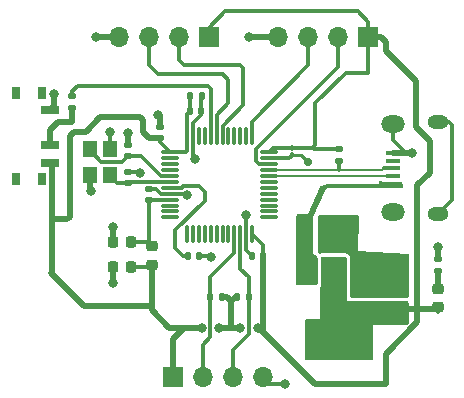
<source format=gbr>
%TF.GenerationSoftware,KiCad,Pcbnew,7.0.8*%
%TF.CreationDate,2025-06-01T22:45:16-07:00*%
%TF.ProjectId,ohm_project,6f686d5f-7072-46f6-9a65-63742e6b6963,rev?*%
%TF.SameCoordinates,Original*%
%TF.FileFunction,Copper,L1,Top*%
%TF.FilePolarity,Positive*%
%FSLAX46Y46*%
G04 Gerber Fmt 4.6, Leading zero omitted, Abs format (unit mm)*
G04 Created by KiCad (PCBNEW 7.0.8) date 2025-06-01 22:45:16*
%MOMM*%
%LPD*%
G01*
G04 APERTURE LIST*
G04 Aperture macros list*
%AMRoundRect*
0 Rectangle with rounded corners*
0 $1 Rounding radius*
0 $2 $3 $4 $5 $6 $7 $8 $9 X,Y pos of 4 corners*
0 Add a 4 corners polygon primitive as box body*
4,1,4,$2,$3,$4,$5,$6,$7,$8,$9,$2,$3,0*
0 Add four circle primitives for the rounded corners*
1,1,$1+$1,$2,$3*
1,1,$1+$1,$4,$5*
1,1,$1+$1,$6,$7*
1,1,$1+$1,$8,$9*
0 Add four rect primitives between the rounded corners*
20,1,$1+$1,$2,$3,$4,$5,0*
20,1,$1+$1,$4,$5,$6,$7,0*
20,1,$1+$1,$6,$7,$8,$9,0*
20,1,$1+$1,$8,$9,$2,$3,0*%
G04 Aperture macros list end*
%TA.AperFunction,ComponentPad*%
%ADD10O,1.800000X1.150000*%
%TD*%
%TA.AperFunction,ComponentPad*%
%ADD11O,2.000000X1.450000*%
%TD*%
%TA.AperFunction,SMDPad,CuDef*%
%ADD12R,1.300000X0.450000*%
%TD*%
%TA.AperFunction,SMDPad,CuDef*%
%ADD13RoundRect,0.140000X0.170000X-0.140000X0.170000X0.140000X-0.170000X0.140000X-0.170000X-0.140000X0*%
%TD*%
%TA.AperFunction,ComponentPad*%
%ADD14R,1.700000X1.700000*%
%TD*%
%TA.AperFunction,ComponentPad*%
%ADD15O,1.700000X1.700000*%
%TD*%
%TA.AperFunction,SMDPad,CuDef*%
%ADD16RoundRect,0.250000X-0.250000X-0.475000X0.250000X-0.475000X0.250000X0.475000X-0.250000X0.475000X0*%
%TD*%
%TA.AperFunction,SMDPad,CuDef*%
%ADD17RoundRect,0.218750X-0.256250X0.218750X-0.256250X-0.218750X0.256250X-0.218750X0.256250X0.218750X0*%
%TD*%
%TA.AperFunction,SMDPad,CuDef*%
%ADD18R,1.200000X1.400000*%
%TD*%
%TA.AperFunction,SMDPad,CuDef*%
%ADD19RoundRect,0.075000X-0.662500X-0.075000X0.662500X-0.075000X0.662500X0.075000X-0.662500X0.075000X0*%
%TD*%
%TA.AperFunction,SMDPad,CuDef*%
%ADD20RoundRect,0.075000X-0.075000X-0.662500X0.075000X-0.662500X0.075000X0.662500X-0.075000X0.662500X0*%
%TD*%
%TA.AperFunction,SMDPad,CuDef*%
%ADD21RoundRect,0.135000X-0.185000X0.135000X-0.185000X-0.135000X0.185000X-0.135000X0.185000X0.135000X0*%
%TD*%
%TA.AperFunction,SMDPad,CuDef*%
%ADD22R,0.800000X1.000000*%
%TD*%
%TA.AperFunction,SMDPad,CuDef*%
%ADD23R,1.500000X0.700000*%
%TD*%
%TA.AperFunction,SMDPad,CuDef*%
%ADD24RoundRect,0.140000X0.140000X0.170000X-0.140000X0.170000X-0.140000X-0.170000X0.140000X-0.170000X0*%
%TD*%
%TA.AperFunction,SMDPad,CuDef*%
%ADD25R,1.500000X2.000000*%
%TD*%
%TA.AperFunction,SMDPad,CuDef*%
%ADD26R,3.800000X2.000000*%
%TD*%
%TA.AperFunction,SMDPad,CuDef*%
%ADD27RoundRect,0.135000X0.135000X0.185000X-0.135000X0.185000X-0.135000X-0.185000X0.135000X-0.185000X0*%
%TD*%
%TA.AperFunction,SMDPad,CuDef*%
%ADD28RoundRect,0.140000X-0.140000X-0.170000X0.140000X-0.170000X0.140000X0.170000X-0.140000X0.170000X0*%
%TD*%
%TA.AperFunction,SMDPad,CuDef*%
%ADD29RoundRect,0.100000X-0.100000X0.130000X-0.100000X-0.130000X0.100000X-0.130000X0.100000X0.130000X0*%
%TD*%
%TA.AperFunction,SMDPad,CuDef*%
%ADD30RoundRect,0.135000X-0.135000X-0.185000X0.135000X-0.185000X0.135000X0.185000X-0.135000X0.185000X0*%
%TD*%
%TA.AperFunction,SMDPad,CuDef*%
%ADD31RoundRect,0.250000X0.475000X-0.250000X0.475000X0.250000X-0.475000X0.250000X-0.475000X-0.250000X0*%
%TD*%
%TA.AperFunction,SMDPad,CuDef*%
%ADD32RoundRect,0.225000X0.225000X0.250000X-0.225000X0.250000X-0.225000X-0.250000X0.225000X-0.250000X0*%
%TD*%
%TA.AperFunction,SMDPad,CuDef*%
%ADD33RoundRect,0.135000X0.185000X-0.135000X0.185000X0.135000X-0.185000X0.135000X-0.185000X-0.135000X0*%
%TD*%
%TA.AperFunction,ViaPad*%
%ADD34C,0.800000*%
%TD*%
%TA.AperFunction,ViaPad*%
%ADD35C,0.700000*%
%TD*%
%TA.AperFunction,Conductor*%
%ADD36C,0.300000*%
%TD*%
%TA.AperFunction,Conductor*%
%ADD37C,0.250000*%
%TD*%
%TA.AperFunction,Conductor*%
%ADD38C,0.200000*%
%TD*%
%TA.AperFunction,Conductor*%
%ADD39C,0.500000*%
%TD*%
G04 APERTURE END LIST*
D10*
%TO.P,U3,6,Shield*%
%TO.N,GND*%
X178995000Y-50625000D03*
D11*
X175195000Y-50775000D03*
X175195000Y-58225000D03*
D10*
X178995000Y-58375000D03*
D12*
%TO.P,U3,5,GND*%
X175145000Y-53200000D03*
%TO.P,U3,4,ID*%
%TO.N,unconnected-(U3-ID-Pad4)*%
X175145000Y-53850000D03*
%TO.P,U3,3,D+*%
%TO.N,/USB_D+*%
X175145000Y-54500000D03*
%TO.P,U3,2,D-*%
%TO.N,/USB_D-*%
X175145000Y-55150000D03*
%TO.P,U3,1,VBUS*%
%TO.N,VBUS*%
X175145000Y-55800000D03*
%TD*%
D13*
%TO.P,C5,1*%
%TO.N,+3.3VA*%
X154500000Y-57230000D03*
%TO.P,C5,2*%
%TO.N,GND*%
X154500000Y-56270000D03*
%TD*%
D14*
%TO.P,J1,1,Pin_1*%
%TO.N,+3.3V*%
X173080000Y-43400000D03*
D15*
%TO.P,J1,2,Pin_2*%
%TO.N,/SWDIO*%
X170540000Y-43400000D03*
%TO.P,J1,3,Pin_3*%
%TO.N,/SWCLK*%
X168000000Y-43400000D03*
%TO.P,J1,4,Pin_4*%
%TO.N,GND*%
X165460000Y-43400000D03*
%TD*%
D16*
%TO.P,C12,2*%
%TO.N,GND*%
X169550000Y-60150000D03*
%TO.P,C12,1*%
%TO.N,VBUS*%
X167650000Y-60150000D03*
%TD*%
D17*
%TO.P,D1,1,K*%
%TO.N,/PWR_LED_K*%
X179000000Y-64712500D03*
%TO.P,D1,2,A*%
%TO.N,+3.3V*%
X179000000Y-66287500D03*
%TD*%
D18*
%TO.P,Y1,1,1*%
%TO.N,/HSE_IN*%
X149500000Y-52900000D03*
%TO.P,Y1,2,2*%
%TO.N,GND*%
X149500000Y-55100000D03*
%TO.P,Y1,3,3*%
%TO.N,/HSE_OUT*%
X151200000Y-55100000D03*
%TO.P,Y1,4,4*%
%TO.N,GND*%
X151200000Y-52900000D03*
%TD*%
D13*
%TO.P,C10,1*%
%TO.N,/HSE_IN*%
X152724000Y-53492000D03*
%TO.P,C10,2*%
%TO.N,GND*%
X152724000Y-52532000D03*
%TD*%
D19*
%TO.P,U1,1,VBAT*%
%TO.N,+3.3V*%
X156337500Y-53162500D03*
%TO.P,U1,2,PC13*%
%TO.N,unconnected-(U1-PC13-Pad2)*%
X156337500Y-53662500D03*
%TO.P,U1,3,PC14*%
%TO.N,unconnected-(U1-PC14-Pad3)*%
X156337500Y-54162500D03*
%TO.P,U1,4,PC15*%
%TO.N,unconnected-(U1-PC15-Pad4)*%
X156337500Y-54662500D03*
%TO.P,U1,5,PD0*%
%TO.N,/HSE_IN*%
X156337500Y-55162500D03*
%TO.P,U1,6,PD1*%
%TO.N,/HSE_OUT*%
X156337500Y-55662500D03*
%TO.P,U1,7,NRST*%
%TO.N,/NRST*%
X156337500Y-56162500D03*
%TO.P,U1,8,VSSA*%
%TO.N,GND*%
X156337500Y-56662500D03*
%TO.P,U1,9,VDDA*%
%TO.N,+3.3VA*%
X156337500Y-57162500D03*
%TO.P,U1,10,PA0*%
%TO.N,unconnected-(U1-PA0-Pad10)*%
X156337500Y-57662500D03*
%TO.P,U1,11,PA1*%
%TO.N,unconnected-(U1-PA1-Pad11)*%
X156337500Y-58162500D03*
%TO.P,U1,12,PA2*%
%TO.N,unconnected-(U1-PA2-Pad12)*%
X156337500Y-58662500D03*
D20*
%TO.P,U1,13,PA3*%
%TO.N,unconnected-(U1-PA3-Pad13)*%
X157750000Y-60075000D03*
%TO.P,U1,14,PA4*%
%TO.N,unconnected-(U1-PA4-Pad14)*%
X158250000Y-60075000D03*
%TO.P,U1,15,PA5*%
%TO.N,unconnected-(U1-PA5-Pad15)*%
X158750000Y-60075000D03*
%TO.P,U1,16,PA6*%
%TO.N,unconnected-(U1-PA6-Pad16)*%
X159250000Y-60075000D03*
%TO.P,U1,17,PA7*%
%TO.N,unconnected-(U1-PA7-Pad17)*%
X159750000Y-60075000D03*
%TO.P,U1,18,PB0*%
%TO.N,unconnected-(U1-PB0-Pad18)*%
X160250000Y-60075000D03*
%TO.P,U1,19,PB1*%
%TO.N,unconnected-(U1-PB1-Pad19)*%
X160750000Y-60075000D03*
%TO.P,U1,20,PB2*%
%TO.N,unconnected-(U1-PB2-Pad20)*%
X161250000Y-60075000D03*
%TO.P,U1,21,PB10*%
%TO.N,/I2C2_SCL*%
X161750000Y-60075000D03*
%TO.P,U1,22,PB11*%
%TO.N,/I2C2_SDA*%
X162250000Y-60075000D03*
%TO.P,U1,23,VSS*%
%TO.N,GND*%
X162750000Y-60075000D03*
%TO.P,U1,24,VDD*%
%TO.N,+3.3V*%
X163250000Y-60075000D03*
D19*
%TO.P,U1,25,PB12*%
%TO.N,unconnected-(U1-PB12-Pad25)*%
X164662500Y-58662500D03*
%TO.P,U1,26,PB13*%
%TO.N,unconnected-(U1-PB13-Pad26)*%
X164662500Y-58162500D03*
%TO.P,U1,27,PB14*%
%TO.N,unconnected-(U1-PB14-Pad27)*%
X164662500Y-57662500D03*
%TO.P,U1,28,PB15*%
%TO.N,unconnected-(U1-PB15-Pad28)*%
X164662500Y-57162500D03*
%TO.P,U1,29,PA8*%
%TO.N,unconnected-(U1-PA8-Pad29)*%
X164662500Y-56662500D03*
%TO.P,U1,30,PA9*%
%TO.N,unconnected-(U1-PA9-Pad30)*%
X164662500Y-56162500D03*
%TO.P,U1,31,PA10*%
%TO.N,unconnected-(U1-PA10-Pad31)*%
X164662500Y-55662500D03*
%TO.P,U1,32,PA11*%
%TO.N,/USB_D-*%
X164662500Y-55162500D03*
%TO.P,U1,33,PA12*%
%TO.N,/USB_D+*%
X164662500Y-54662500D03*
%TO.P,U1,34,PA13*%
%TO.N,/SWDIO*%
X164662500Y-54162500D03*
%TO.P,U1,35,VSS*%
%TO.N,GND*%
X164662500Y-53662500D03*
%TO.P,U1,36,VDD*%
%TO.N,+3.3V*%
X164662500Y-53162500D03*
D20*
%TO.P,U1,37,PA14*%
%TO.N,/SWCLK*%
X163250000Y-51750000D03*
%TO.P,U1,38,PA15*%
%TO.N,unconnected-(U1-PA15-Pad38)*%
X162750000Y-51750000D03*
%TO.P,U1,39,PB3*%
%TO.N,unconnected-(U1-PB3-Pad39)*%
X162250000Y-51750000D03*
%TO.P,U1,40,PB4*%
%TO.N,unconnected-(U1-PB4-Pad40)*%
X161750000Y-51750000D03*
%TO.P,U1,41,PB5*%
%TO.N,unconnected-(U1-PB5-Pad41)*%
X161250000Y-51750000D03*
%TO.P,U1,42,PB6*%
%TO.N,/UART1_TX*%
X160750000Y-51750000D03*
%TO.P,U1,43,PB7*%
%TO.N,/UART1_RX*%
X160250000Y-51750000D03*
%TO.P,U1,44,BOOT0*%
%TO.N,/BOOT0*%
X159750000Y-51750000D03*
%TO.P,U1,45,PB8*%
%TO.N,unconnected-(U1-PB8-Pad45)*%
X159250000Y-51750000D03*
%TO.P,U1,46,PB9*%
%TO.N,unconnected-(U1-PB9-Pad46)*%
X158750000Y-51750000D03*
%TO.P,U1,47,VSS*%
%TO.N,GND*%
X158250000Y-51750000D03*
%TO.P,U1,48,VDD*%
%TO.N,+3.3V*%
X157750000Y-51750000D03*
%TD*%
D14*
%TO.P,J3,1,Pin_1*%
%TO.N,+3.3V*%
X156520000Y-72200000D03*
D15*
%TO.P,J3,2,Pin_2*%
%TO.N,/I2C2_SCL*%
X159060000Y-72200000D03*
%TO.P,J3,3,Pin_3*%
%TO.N,/I2C2_SDA*%
X161600000Y-72200000D03*
%TO.P,J3,4,Pin_4*%
%TO.N,GND*%
X164140000Y-72200000D03*
%TD*%
D14*
%TO.P,J2,1,Pin_1*%
%TO.N,+3.3V*%
X159600000Y-43400000D03*
D15*
%TO.P,J2,2,Pin_2*%
%TO.N,/UART1_TX*%
X157060000Y-43400000D03*
%TO.P,J2,3,Pin_3*%
%TO.N,/UART1_RX*%
X154520000Y-43400000D03*
%TO.P,J2,4,Pin_4*%
%TO.N,GND*%
X151980000Y-43400000D03*
%TD*%
D21*
%TO.P,R2,1*%
%TO.N,+3.3V*%
X170600000Y-52900000D03*
%TO.P,R2,2*%
%TO.N,/USB_D+*%
X170600000Y-53920000D03*
%TD*%
D22*
%TO.P,SW1,*%
%TO.N,*%
X145455000Y-48150000D03*
X143245000Y-48150000D03*
X145455000Y-55450000D03*
X143245000Y-55450000D03*
D23*
%TO.P,SW1,1,A*%
%TO.N,GND*%
X146105000Y-49550000D03*
%TO.P,SW1,2,B*%
%TO.N,/SW_BOOT0*%
X146105000Y-52550000D03*
%TO.P,SW1,3,C*%
%TO.N,+3.3V*%
X146105000Y-54050000D03*
%TD*%
D24*
%TO.P,C2,1*%
%TO.N,+3.3V*%
X164200000Y-61900000D03*
%TO.P,C2,2*%
%TO.N,GND*%
X163240000Y-61900000D03*
%TD*%
D25*
%TO.P,U2,1,GND*%
%TO.N,GND*%
X172500000Y-63100000D03*
%TO.P,U2,2,VO*%
%TO.N,+3.3V*%
X170200000Y-63100000D03*
D26*
X170200000Y-69400000D03*
D25*
%TO.P,U2,3,VI*%
%TO.N,VBUS*%
X167900000Y-63100000D03*
%TD*%
D27*
%TO.P,R4,1*%
%TO.N,+3.3V*%
X160740000Y-65400000D03*
%TO.P,R4,2*%
%TO.N,/I2C2_SCL*%
X159720000Y-65400000D03*
%TD*%
D28*
%TO.P,C3,1*%
%TO.N,+3.3V*%
X158014000Y-48410000D03*
%TO.P,C3,2*%
%TO.N,GND*%
X158974000Y-48410000D03*
%TD*%
D29*
%TO.P,C4,1*%
%TO.N,+3.3V*%
X166624000Y-52766000D03*
%TO.P,C4,2*%
%TO.N,GND*%
X166624000Y-53406000D03*
%TD*%
D28*
%TO.P,C1,1*%
%TO.N,+3.3V*%
X157986000Y-49680000D03*
%TO.P,C1,2*%
%TO.N,GND*%
X158946000Y-49680000D03*
%TD*%
D13*
%TO.P,C9,1*%
%TO.N,+3.3V*%
X155418000Y-51938000D03*
%TO.P,C9,2*%
%TO.N,GND*%
X155418000Y-50978000D03*
%TD*%
D30*
%TO.P,R5,1*%
%TO.N,+3.3V*%
X161980000Y-65400000D03*
%TO.P,R5,2*%
%TO.N,/I2C2_SDA*%
X163000000Y-65400000D03*
%TD*%
D31*
%TO.P,C13,1*%
%TO.N,+3.3V*%
X175000000Y-66400000D03*
%TO.P,C13,2*%
%TO.N,GND*%
X175000000Y-64500000D03*
%TD*%
D32*
%TO.P,C7,1*%
%TO.N,+3.3V*%
X152995000Y-62900000D03*
%TO.P,C7,2*%
%TO.N,GND*%
X151445000Y-62900000D03*
%TD*%
D28*
%TO.P,C8,1*%
%TO.N,/NRST*%
X157790000Y-61900000D03*
%TO.P,C8,2*%
%TO.N,GND*%
X158750000Y-61900000D03*
%TD*%
D33*
%TO.P,R3,1*%
%TO.N,/PWR_LED_K*%
X179000000Y-63200000D03*
%TO.P,R3,2*%
%TO.N,GND*%
X179000000Y-62180000D03*
%TD*%
D13*
%TO.P,C11,1*%
%TO.N,/HSE_OUT*%
X152724000Y-55750000D03*
%TO.P,C11,2*%
%TO.N,GND*%
X152724000Y-54790000D03*
%TD*%
D17*
%TO.P,FB1,1*%
%TO.N,+3.3VA*%
X154773000Y-61122000D03*
%TO.P,FB1,2*%
%TO.N,+3.3V*%
X154773000Y-62697000D03*
%TD*%
D21*
%TO.P,R1,1*%
%TO.N,/BOOT0*%
X148000000Y-48400000D03*
%TO.P,R1,2*%
%TO.N,/SW_BOOT0*%
X148000000Y-49420000D03*
%TD*%
D32*
%TO.P,C6,1*%
%TO.N,+3.3VA*%
X153025000Y-60750000D03*
%TO.P,C6,2*%
%TO.N,GND*%
X151475000Y-60750000D03*
%TD*%
D34*
%TO.N,GND*%
X158400000Y-53700000D03*
D35*
X168000000Y-54000000D03*
D34*
X179000000Y-61200000D03*
X150000000Y-43400000D03*
X163000000Y-43400000D03*
X176800000Y-53200000D03*
X151200000Y-51400000D03*
X149600000Y-56400000D03*
X166000000Y-72750000D03*
X146500000Y-48250000D03*
X152750000Y-51500000D03*
X151500000Y-59500000D03*
X151500000Y-64250000D03*
%TO.N,+3.3V*%
X160469500Y-68000000D03*
X158970500Y-68000000D03*
X162250000Y-68000000D03*
X163749500Y-68000000D03*
%TO.N,GND*%
X172000000Y-65000000D03*
X173000000Y-65000000D03*
X171000000Y-61000000D03*
X159750000Y-62000000D03*
X171000000Y-59750000D03*
X162750000Y-58500000D03*
X153750000Y-54890500D03*
X157750000Y-56750000D03*
X155250000Y-50000000D03*
%TD*%
D36*
%TO.N,GND*%
X176313629Y-53200000D02*
X176800000Y-53200000D01*
X175195000Y-52081371D02*
X176313629Y-53200000D01*
X175195000Y-50775000D02*
X175195000Y-52081371D01*
D37*
X167406000Y-53406000D02*
X168000000Y-54000000D01*
X166624000Y-53406000D02*
X167406000Y-53406000D01*
D36*
X180150000Y-57220000D02*
X178995000Y-58375000D01*
X180150000Y-50880000D02*
X180150000Y-57220000D01*
X179895000Y-50625000D02*
X180150000Y-50880000D01*
X178995000Y-50625000D02*
X179895000Y-50625000D01*
X175345000Y-50625000D02*
X175195000Y-50775000D01*
X158250000Y-53550000D02*
X158400000Y-53700000D01*
X158250000Y-51750000D02*
X158250000Y-53550000D01*
%TO.N,+3.3V*%
X157750000Y-53050000D02*
X157750000Y-51750000D01*
X157637500Y-53162500D02*
X157750000Y-53050000D01*
X156337500Y-53162500D02*
X157637500Y-53162500D01*
%TO.N,GND*%
X158250000Y-50686000D02*
X158250000Y-51750000D01*
X158946000Y-49990000D02*
X158250000Y-50686000D01*
X158946000Y-49680000D02*
X158946000Y-49990000D01*
%TO.N,+3.3V*%
X157986000Y-49680000D02*
X157750000Y-49916000D01*
X157750000Y-49916000D02*
X157750000Y-51750000D01*
%TO.N,/USB_D+*%
X170600000Y-53920000D02*
X170600000Y-54687500D01*
D38*
X170600000Y-54687500D02*
X174237524Y-54687500D01*
X165793751Y-54687500D02*
X170600000Y-54687500D01*
D36*
%TO.N,+3.3V*%
X168520000Y-52900000D02*
X170600000Y-52900000D01*
X168386000Y-52766000D02*
X168520000Y-52900000D01*
X168600000Y-52552000D02*
X168386000Y-52766000D01*
X168600000Y-49000000D02*
X168600000Y-52552000D01*
%TO.N,/I2C2_SCL*%
X161750000Y-61650000D02*
X161750000Y-60075000D01*
X159720000Y-63680000D02*
X161750000Y-61650000D01*
X159720000Y-65400000D02*
X159720000Y-63680000D01*
%TO.N,GND*%
X166000000Y-72750000D02*
X164690000Y-72750000D01*
X164690000Y-72750000D02*
X164140000Y-72200000D01*
%TO.N,/I2C2_SCL*%
X159720000Y-68780000D02*
X159060000Y-69440000D01*
X159720000Y-65400000D02*
X159720000Y-68780000D01*
X159060000Y-69440000D02*
X159060000Y-72200000D01*
%TO.N,+3.3V*%
X173080000Y-46400000D02*
X173080000Y-43400000D01*
X171200000Y-46400000D02*
X173080000Y-46400000D01*
X168600000Y-49000000D02*
X171200000Y-46400000D01*
X166624000Y-52800000D02*
X168386000Y-52800000D01*
D39*
X174200000Y-43400000D02*
X173080000Y-43400000D01*
X174600000Y-44600000D02*
X174600000Y-43800000D01*
X177100000Y-47100000D02*
X174600000Y-44600000D01*
X174600000Y-43800000D02*
X174200000Y-43400000D01*
X178300000Y-52200000D02*
X177100000Y-51000000D01*
X178300000Y-54900000D02*
X178300000Y-52200000D01*
X177100000Y-51000000D02*
X177100000Y-47100000D01*
X177250000Y-66400000D02*
X177250000Y-55950000D01*
X177250000Y-55950000D02*
X178300000Y-54900000D01*
%TO.N,GND*%
X163000000Y-43400000D02*
X165460000Y-43400000D01*
%TO.N,+3.3V*%
X154538000Y-51938000D02*
X155418000Y-51938000D01*
X154000000Y-51400000D02*
X154538000Y-51938000D01*
X154000000Y-50400000D02*
X154000000Y-51400000D01*
X153800000Y-50200000D02*
X154000000Y-50400000D01*
X150400000Y-50200000D02*
X153800000Y-50200000D01*
X149200000Y-51400000D02*
X150400000Y-50200000D01*
X148200000Y-51400000D02*
X149200000Y-51400000D01*
X147800000Y-51800000D02*
X148200000Y-51400000D01*
X147600000Y-58800000D02*
X147800000Y-58600000D01*
X146305000Y-58800000D02*
X147600000Y-58800000D01*
X146305000Y-58800000D02*
X146305000Y-54250000D01*
X147800000Y-58600000D02*
X147800000Y-51800000D01*
X146305000Y-63295000D02*
X146305000Y-58800000D01*
D36*
%TO.N,/BOOT0*%
X159750000Y-47750000D02*
X159750000Y-51750000D01*
X148500000Y-47500000D02*
X159500000Y-47500000D01*
X148000000Y-48000000D02*
X148500000Y-47500000D01*
X159500000Y-47500000D02*
X159750000Y-47750000D01*
X148000000Y-48400000D02*
X148000000Y-48000000D01*
D39*
%TO.N,/SW_BOOT0*%
X148000000Y-50600000D02*
X148000000Y-49420000D01*
X146800000Y-50600000D02*
X148000000Y-50600000D01*
X146105000Y-51295000D02*
X146800000Y-50600000D01*
X146105000Y-52550000D02*
X146105000Y-51295000D01*
%TO.N,+3.3V*%
X164200000Y-68400000D02*
X164200000Y-61900000D01*
X164700000Y-68900000D02*
X164200000Y-68400000D01*
X164700000Y-68900000D02*
X168600000Y-72800000D01*
X163800000Y-68000000D02*
X164700000Y-68900000D01*
X168600000Y-72800000D02*
X174600000Y-72800000D01*
X163749500Y-68000000D02*
X163800000Y-68000000D01*
X174600000Y-70200000D02*
X174600000Y-72800000D01*
X177250000Y-67550000D02*
X174600000Y-70200000D01*
X177250000Y-66400000D02*
X177250000Y-67550000D01*
%TO.N,GND*%
X179000000Y-62180000D02*
X179000000Y-61200000D01*
%TO.N,/PWR_LED_K*%
X179000000Y-64712500D02*
X179000000Y-63200000D01*
%TO.N,+3.3V*%
X179000000Y-66600000D02*
X179000000Y-66287500D01*
X146305000Y-54250000D02*
X146105000Y-54050000D01*
X149000000Y-66200000D02*
X146200000Y-63400000D01*
X154773000Y-66200000D02*
X149000000Y-66200000D01*
X154773000Y-66200000D02*
X154773000Y-62697000D01*
X146200000Y-63400000D02*
X146305000Y-63295000D01*
X154773000Y-66523000D02*
X154773000Y-66200000D01*
D36*
X161000000Y-41200000D02*
X159600000Y-42600000D01*
X159600000Y-42600000D02*
X159600000Y-43400000D01*
X172200000Y-41200000D02*
X161000000Y-41200000D01*
X173080000Y-43400000D02*
X173080000Y-42080000D01*
X173080000Y-42080000D02*
X172200000Y-41200000D01*
D39*
%TO.N,GND*%
X150000000Y-43400000D02*
X151980000Y-43400000D01*
D36*
%TO.N,/SWCLK*%
X168000000Y-45800000D02*
X168000000Y-43400000D01*
X163250000Y-50550000D02*
X168000000Y-45800000D01*
X163250000Y-51750000D02*
X163250000Y-50550000D01*
%TO.N,/SWDIO*%
X163823958Y-54162500D02*
X164662500Y-54162500D01*
X163575000Y-53913542D02*
X163823958Y-54162500D01*
X163575000Y-52911458D02*
X163575000Y-53913542D01*
X170540000Y-43400000D02*
X170540000Y-45946458D01*
X170540000Y-45946458D02*
X163575000Y-52911458D01*
D39*
%TO.N,GND*%
X176775000Y-53175000D02*
X176800000Y-53200000D01*
X176375000Y-53175000D02*
X176775000Y-53175000D01*
X176375000Y-53175000D02*
X175145000Y-53175000D01*
X176400000Y-53200000D02*
X176375000Y-53175000D01*
D36*
X151200000Y-52900000D02*
X151200000Y-51400000D01*
D39*
X149500000Y-55100000D02*
X149500000Y-56300000D01*
X149500000Y-56300000D02*
X149600000Y-56400000D01*
D36*
%TO.N,+3.3VA*%
X154500000Y-60849000D02*
X154773000Y-61122000D01*
X154500000Y-57230000D02*
X154500000Y-60849000D01*
D39*
%TO.N,+3.3V*%
X156250000Y-68000000D02*
X154773000Y-66523000D01*
X157750000Y-68000000D02*
X156250000Y-68000000D01*
X157750000Y-68000000D02*
X157500000Y-68000000D01*
X158970500Y-68000000D02*
X157750000Y-68000000D01*
%TO.N,GND*%
X152724000Y-51526000D02*
X152750000Y-51500000D01*
X152724000Y-52532000D02*
X152724000Y-51526000D01*
X146105000Y-49550000D02*
X146500000Y-49155000D01*
X146500000Y-49155000D02*
X146500000Y-48250000D01*
X151475000Y-59525000D02*
X151500000Y-59500000D01*
X151475000Y-60750000D02*
X151475000Y-59525000D01*
X151445000Y-64195000D02*
X151500000Y-64250000D01*
X151445000Y-62900000D02*
X151445000Y-64195000D01*
%TO.N,+3.3V*%
X157500000Y-68000000D02*
X156520000Y-68980000D01*
X156520000Y-68980000D02*
X156520000Y-72200000D01*
X161500000Y-68000000D02*
X160469500Y-68000000D01*
X161850000Y-65400000D02*
X161980000Y-65400000D01*
X161500000Y-65750000D02*
X161850000Y-65400000D01*
X161500000Y-65750000D02*
X161150000Y-65400000D01*
X161150000Y-65400000D02*
X160740000Y-65400000D01*
X161500000Y-68000000D02*
X161500000Y-65750000D01*
X162250000Y-68000000D02*
X161500000Y-68000000D01*
X177250000Y-66400000D02*
X178887500Y-66400000D01*
X175000000Y-66400000D02*
X177250000Y-66400000D01*
X178887500Y-66400000D02*
X179000000Y-66287500D01*
D36*
%TO.N,GND*%
X159650000Y-61900000D02*
X159750000Y-62000000D01*
X158750000Y-61900000D02*
X159650000Y-61900000D01*
%TO.N,/NRST*%
X157400000Y-61900000D02*
X157790000Y-61900000D01*
X156750000Y-61250000D02*
X157400000Y-61900000D01*
X156750000Y-59736458D02*
X156750000Y-61250000D01*
X159250000Y-57236458D02*
X156750000Y-59736458D01*
X158750000Y-56000000D02*
X159250000Y-56500000D01*
X157439339Y-56000000D02*
X158750000Y-56000000D01*
X157276839Y-56162500D02*
X157439339Y-56000000D01*
X159250000Y-56500000D02*
X159250000Y-57236458D01*
X156337500Y-56162500D02*
X157276839Y-56162500D01*
%TO.N,GND*%
X162750000Y-60075000D02*
X162750000Y-58500000D01*
X153649500Y-54790000D02*
X153750000Y-54890500D01*
X152724000Y-54790000D02*
X153649500Y-54790000D01*
X157662500Y-56662500D02*
X157750000Y-56750000D01*
X156337500Y-56662500D02*
X157662500Y-56662500D01*
%TO.N,/I2C2_SDA*%
X162250000Y-60075000D02*
X162250000Y-63000000D01*
X162250000Y-63000000D02*
X163000000Y-63750000D01*
X163000000Y-63750000D02*
X163000000Y-65400000D01*
X161600000Y-69900000D02*
X161600000Y-72200000D01*
X163000000Y-68500000D02*
X161600000Y-69900000D01*
X163000000Y-65400000D02*
X163000000Y-68500000D01*
D38*
%TO.N,/USB_D+*%
X174237524Y-54687500D02*
X174425024Y-54500000D01*
X164662500Y-54662500D02*
X165768751Y-54662500D01*
X165768751Y-54662500D02*
X165793751Y-54687500D01*
%TO.N,/USB_D-*%
X165793751Y-55137500D02*
X175107500Y-55137500D01*
X164662500Y-55162500D02*
X165768751Y-55162500D01*
X165768751Y-55162500D02*
X165793751Y-55137500D01*
X175107500Y-55137500D02*
X175132500Y-55162500D01*
D36*
X175132500Y-55162500D02*
X175145000Y-55150000D01*
%TO.N,/USB_D+*%
X174425024Y-54500000D02*
X175145000Y-54500000D01*
D39*
%TO.N,GND*%
X155418000Y-50168000D02*
X155250000Y-50000000D01*
X155418000Y-50978000D02*
X155418000Y-50168000D01*
D36*
%TO.N,/UART1_RX*%
X154520000Y-45770000D02*
X154520000Y-43400000D01*
X160250000Y-50000000D02*
X161250000Y-49000000D01*
X161250000Y-49000000D02*
X161250000Y-47000000D01*
X160750000Y-46500000D02*
X155250000Y-46500000D01*
X155250000Y-46500000D02*
X154520000Y-45770000D01*
X160250000Y-51750000D02*
X160250000Y-50000000D01*
X161250000Y-47000000D02*
X160750000Y-46500000D01*
%TO.N,/UART1_TX*%
X157060000Y-45310000D02*
X157060000Y-43400000D01*
X157500000Y-45750000D02*
X157060000Y-45310000D01*
X162250000Y-45750000D02*
X157500000Y-45750000D01*
X162500000Y-46000000D02*
X162250000Y-45750000D01*
X162500000Y-49161458D02*
X162500000Y-46000000D01*
X160750000Y-50911458D02*
X162500000Y-49161458D01*
X160750000Y-51750000D02*
X160750000Y-50911458D01*
%TO.N,/HSE_IN*%
X152266000Y-53950000D02*
X150455024Y-53950000D01*
X150455024Y-53950000D02*
X149500000Y-52994976D01*
X152724000Y-53492000D02*
X152266000Y-53950000D01*
X149500000Y-52994976D02*
X149500000Y-52900000D01*
X153828458Y-53492000D02*
X152724000Y-53492000D01*
X155498958Y-55162500D02*
X153828458Y-53492000D01*
X156337500Y-55162500D02*
X155498958Y-55162500D01*
%TO.N,/HSE_OUT*%
X152724000Y-55750000D02*
X151850000Y-55750000D01*
X151850000Y-55750000D02*
X151200000Y-55100000D01*
X154872966Y-55640000D02*
X152834000Y-55640000D01*
X154895466Y-55662500D02*
X154872966Y-55640000D01*
X156337500Y-55662500D02*
X154895466Y-55662500D01*
X152834000Y-55640000D02*
X152724000Y-55750000D01*
D37*
%TO.N,GND*%
X166624000Y-53406000D02*
X166530000Y-53500000D01*
D36*
X164662500Y-53662500D02*
X166367500Y-53662500D01*
X166367500Y-53662500D02*
X166624000Y-53406000D01*
%TO.N,+3.3V*%
X165059000Y-52766000D02*
X166624000Y-52766000D01*
X164662500Y-53162500D02*
X165059000Y-52766000D01*
X164200000Y-61025000D02*
X164200000Y-61900000D01*
X163250000Y-60075000D02*
X164200000Y-61025000D01*
%TO.N,GND*%
X162750000Y-61410000D02*
X163240000Y-61900000D01*
X162750000Y-60075000D02*
X162750000Y-61410000D01*
%TO.N,+3.3V*%
X152995000Y-62900000D02*
X154570000Y-62900000D01*
X154570000Y-62900000D02*
X154773000Y-62697000D01*
%TO.N,+3.3VA*%
X154401000Y-60750000D02*
X154773000Y-61122000D01*
X153025000Y-60750000D02*
X154401000Y-60750000D01*
X154567500Y-57162500D02*
X156337500Y-57162500D01*
X154500000Y-57230000D02*
X154567500Y-57162500D01*
%TO.N,GND*%
X155498958Y-56662500D02*
X156337500Y-56662500D01*
X155106458Y-56270000D02*
X155498958Y-56662500D01*
X154500000Y-56270000D02*
X155106458Y-56270000D01*
%TO.N,+3.3V*%
X157986000Y-48438000D02*
X158014000Y-48410000D01*
X157986000Y-49680000D02*
X157986000Y-48438000D01*
%TO.N,GND*%
X158946000Y-49680000D02*
X158946000Y-48438000D01*
X158946000Y-48438000D02*
X158974000Y-48410000D01*
%TO.N,+3.3V*%
X155418000Y-52243000D02*
X156337500Y-53162500D01*
X155418000Y-51938000D02*
X155418000Y-52243000D01*
D37*
%TO.N,GND*%
X166500000Y-53530000D02*
X166624000Y-53406000D01*
%TO.N,/HSE_IN*%
X149500000Y-52959620D02*
X149500000Y-52900000D01*
%TD*%
%TA.AperFunction,Conductor*%
%TO.N,GND*%
G36*
X172248324Y-58519685D02*
G01*
X172294079Y-58572489D01*
X172305262Y-58626384D01*
X172249999Y-61499999D01*
X172250000Y-61499999D01*
X172250000Y-61500000D01*
X176440877Y-61743220D01*
X176506663Y-61766756D01*
X176549281Y-61822122D01*
X176557692Y-61867012D01*
X176557692Y-65327520D01*
X176538007Y-65394559D01*
X176485203Y-65440314D01*
X176416045Y-65450258D01*
X176376000Y-65444500D01*
X176375998Y-65444500D01*
X171679500Y-65444500D01*
X171612461Y-65424815D01*
X171566706Y-65372011D01*
X171555500Y-65320500D01*
X171555500Y-62124010D01*
X171555500Y-62124000D01*
X171548518Y-62059059D01*
X171537312Y-62007549D01*
X171537313Y-62007550D01*
X171526355Y-61969345D01*
X171526354Y-61969344D01*
X171526354Y-61969342D01*
X171469675Y-61872429D01*
X171423920Y-61819625D01*
X171423918Y-61819623D01*
X171423908Y-61819612D01*
X171379192Y-61777451D01*
X171379189Y-61777449D01*
X171379187Y-61777447D01*
X171279111Y-61726561D01*
X171279110Y-61726560D01*
X171279109Y-61726560D01*
X171212078Y-61706877D01*
X171212072Y-61706876D01*
X171126000Y-61694500D01*
X169229500Y-61694500D01*
X169229491Y-61694500D01*
X169229490Y-61694501D01*
X169164564Y-61701481D01*
X169164552Y-61701483D01*
X169128182Y-61709395D01*
X169113049Y-61712687D01*
X169113050Y-61712687D01*
X169074845Y-61723644D01*
X169074837Y-61723648D01*
X169058782Y-61733038D01*
X168996182Y-61750000D01*
X168989800Y-61750000D01*
X168922761Y-61730315D01*
X168919127Y-61727889D01*
X168888833Y-61706876D01*
X168868077Y-61692479D01*
X168868074Y-61692477D01*
X168864439Y-61689956D01*
X168865059Y-61689061D01*
X168820822Y-61641572D01*
X168807692Y-61586039D01*
X168807692Y-58624000D01*
X168827377Y-58556961D01*
X168880181Y-58511206D01*
X168931692Y-58500000D01*
X172181285Y-58500000D01*
X172248324Y-58519685D01*
G37*
%TD.AperFunction*%
%TD*%
%TA.AperFunction,Conductor*%
%TO.N,+3.3V*%
G36*
X171193039Y-62019685D02*
G01*
X171238794Y-62072489D01*
X171250000Y-62124000D01*
X171250000Y-65750000D01*
X176376000Y-65750000D01*
X176443039Y-65769685D01*
X176488794Y-65822489D01*
X176500000Y-65874000D01*
X176500000Y-67626000D01*
X176480315Y-67693039D01*
X176427511Y-67738794D01*
X176376000Y-67750000D01*
X173500000Y-67750000D01*
X173500000Y-70626000D01*
X173480315Y-70693039D01*
X173427511Y-70738794D01*
X173376000Y-70750000D01*
X167874000Y-70750000D01*
X167806961Y-70730315D01*
X167761206Y-70677511D01*
X167750000Y-70626000D01*
X167750000Y-67374000D01*
X167769685Y-67306961D01*
X167822489Y-67261206D01*
X167874000Y-67250000D01*
X169000000Y-67250000D01*
X169000000Y-64600492D01*
X169018605Y-64537129D01*
X169018533Y-64537093D01*
X169018729Y-64536705D01*
X169019685Y-64533453D01*
X169022547Y-64529197D01*
X169022551Y-64529189D01*
X169022553Y-64529187D01*
X169073439Y-64429111D01*
X169093124Y-64362072D01*
X169105500Y-64276000D01*
X169105500Y-62124000D01*
X169125185Y-62056961D01*
X169177989Y-62011206D01*
X169229500Y-62000000D01*
X171126000Y-62000000D01*
X171193039Y-62019685D01*
G37*
%TD.AperFunction*%
%TD*%
%TA.AperFunction,Conductor*%
%TO.N,VBUS*%
G36*
X174248706Y-55557685D02*
G01*
X174269348Y-55574319D01*
X174322235Y-55627206D01*
X174425009Y-55672585D01*
X174450135Y-55675500D01*
X175839864Y-55675499D01*
X175861713Y-55672965D01*
X175930574Y-55684794D01*
X175982108Y-55731975D01*
X176000000Y-55796139D01*
X176000000Y-56076000D01*
X175980315Y-56143039D01*
X175927511Y-56188794D01*
X175876000Y-56200000D01*
X169599999Y-56200000D01*
X169399999Y-56399999D01*
X168400001Y-58599996D01*
X168400000Y-58599998D01*
X168400000Y-58600000D01*
X168400000Y-61800000D01*
X168400001Y-61800001D01*
X168731454Y-61965727D01*
X168782613Y-62013314D01*
X168800000Y-62076636D01*
X168800000Y-64276000D01*
X168780315Y-64343039D01*
X168727511Y-64388794D01*
X168676000Y-64400000D01*
X167124000Y-64400000D01*
X167056961Y-64380315D01*
X167011206Y-64327511D01*
X167000000Y-64276000D01*
X167000000Y-58524000D01*
X167019685Y-58456961D01*
X167072489Y-58411206D01*
X167124000Y-58400000D01*
X167999998Y-58400000D01*
X168000000Y-58400000D01*
X168978293Y-56052094D01*
X169022247Y-55997785D01*
X169053537Y-55982154D01*
X169580911Y-55806363D01*
X169620123Y-55800000D01*
X174000000Y-55800000D01*
X174000000Y-55662000D01*
X174019685Y-55594961D01*
X174072489Y-55549206D01*
X174124000Y-55538000D01*
X174181667Y-55538000D01*
X174248706Y-55557685D01*
G37*
%TD.AperFunction*%
%TD*%
M02*

</source>
